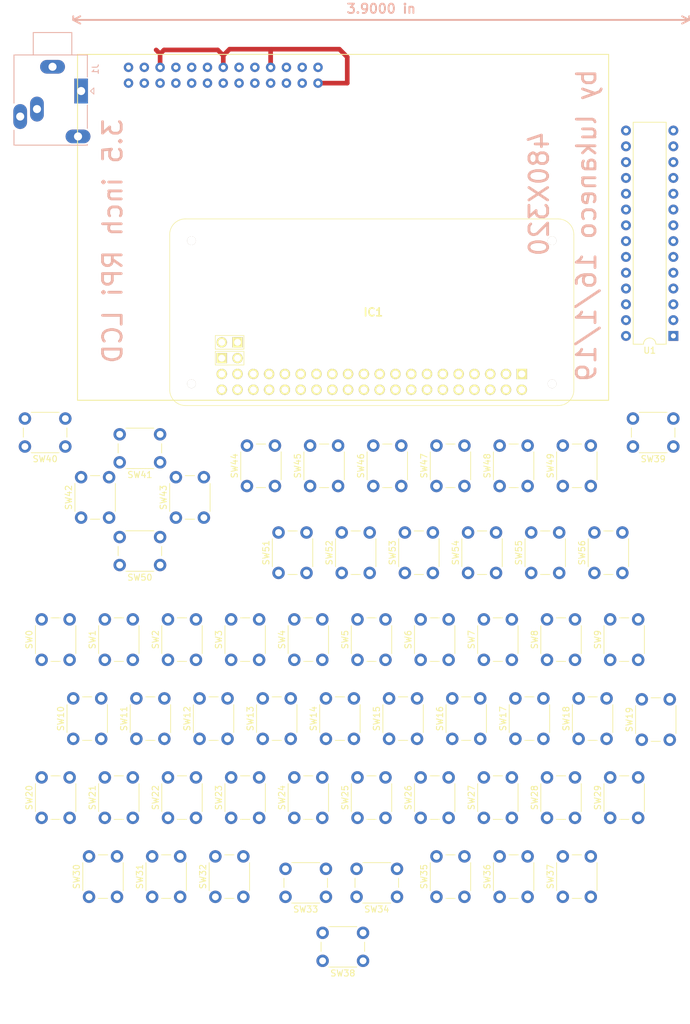
<source format=kicad_pcb>
(kicad_pcb (version 20171130) (host pcbnew "(5.0.2)-1")
  (layers (0 F.Cu signal) (31 B.Cu signal) (34 B.Paste user) (35 F.Paste user) (36 B.SilkS user) (37 F.SilkS user) (38 B.Mask user) (39 F.Mask user) (44 Edge.Cuts user))
  (net 0 "")
  (net 1 "Net-(SW0-Pad2)")
  (net 2 "Net-(SW1-Pad2)")
  (net 3 "Net-(SW2-Pad2)")
  (net 4 "Net-(SW3-Pad2)")
  (net 5 "Net-(SW4-Pad2)")
  (net 6 "Net-(SW5-Pad2)")
  (net 7 "Net-(SW6-Pad2)")
  (net 8 "Net-(SW7-Pad2)")
  (net 9 "Net-(SW8-Pad2)")
  (net 10 "Net-(SW9-Pad2)")
  (net 11 "Net-(SW10-Pad2)")
  (net 12 "Net-(SW11-Pad2)")
  (net 13 "Net-(SW12-Pad2)")
  (net 14 "Net-(SW13-Pad2)")
  (net 15 "Net-(SW14-Pad2)")
  (net 16 "Net-(SW15-Pad2)")
  (net 17 "Net-(SW16-Pad2)")
  (net 18 "Net-(SW17-Pad2)")
  (net 19 "Net-(SW18-Pad2)")
  (net 20 "Net-(SW19-Pad2)")
  (net 21 "Net-(SW20-Pad2)")
  (net 22 "Net-(SW21-Pad2)")
  (net 23 "Net-(SW22-Pad2)")
  (net 24 "Net-(SW23-Pad2)")
  (net 25 "Net-(SW24-Pad2)")
  (net 26 "Net-(SW25-Pad2)")
  (net 27 "Net-(SW26-Pad2)")
  (net 28 "Net-(SW27-Pad2)")
  (net 29 "Net-(SW28-Pad2)")
  (net 30 "Net-(SW29-Pad2)")
  (net 31 "Net-(SW30-Pad2)")
  (net 32 "Net-(SW31-Pad2)")
  (net 33 "Net-(SW32-Pad2)")
  (net 34 "Net-(SW33-Pad2)")
  (net 35 "Net-(SW34-Pad2)")
  (net 36 "Net-(SW35-Pad2)")
  (net 37 "Net-(SW36-Pad2)")
  (net 38 "Net-(SW37-Pad2)")
  (net 39 "Net-(SW38-Pad2)")
  (net 40 "Net-(SW39-Pad2)")
  (net 41 "Net-(SW40-Pad2)")
  (net 42 "Net-(SW41-Pad2)")
  (net 43 "Net-(SW42-Pad2)")
  (net 44 "Net-(SW43-Pad2)")
  (net 45 "Net-(SW44-Pad2)")
  (net 46 "Net-(SW45-Pad2)")
  (net 47 "Net-(SW46-Pad2)")
  (net 48 "Net-(SW47-Pad2)")
  (net 49 "Net-(SW48-Pad2)")
  (net 50 "Net-(SW49-Pad2)")
  (net 51 "Net-(SW50-Pad2)")
  (net 52 "Net-(SW51-Pad2)")
  (net 53 "Net-(SW52-Pad2)")
  (net 54 "Net-(SW53-Pad2)")
  (net 55 "Net-(SW54-Pad2)")
  (net 56 "Net-(SW55-Pad2)")
  (net 57 "Net-(SW56-Pad2)")
  (net 58 "Net-(U1-Pad15)")
  (net 59 "Net-(U1-Pad16)")
  (net 60 "Net-(U1-Pad17)")
  (net 61 "Net-(U1-Pad18)")
  (net 62 "Net-(U1-Pad19)")
  (net 63 "Net-(U1-Pad6)")
  (net 64 "Net-(U1-Pad20)")
  (net 65 "Net-(U1-Pad7)")
  (net 66 "Net-(U1-Pad21)")
  (net 67 "Net-(U1-Pad22)")
  (net 68 "Net-(U1-Pad23)")
  (net 69 "Net-(U1-Pad24)")
  (net 70 "Net-(U1-Pad11)")
  (net 71 "Net-(U1-Pad25)")
  (net 72 "Net-(U1-Pad12)")
  (net 73 "Net-(U1-Pad26)")
  (net 74 "Net-(U1-Pad13)")
  (net 75 "Net-(U1-Pad27)")
  (net 76 "Net-(U1-Pad14)")
  (net 77 "Net-(U1-Pad28)")
  (net 78 Col2)
  (net 79 Col3)
  (net 80 Col4)
  (net 81 Col5)
  (net 82 Col0)
  (net 83 Col1)
  (net 84 Reset)
  (net 85 Serial_RX)
  (net 86 Serial_TX)
  (net 87 USB_D+)
  (net 88 USB_D-)
  (net 89 Osc1)
  (net 90 Osc2)
  (net 91 "Net-(DS1-Pad3)")
  (net 92 "Net-(DS1-Pad5)")
  (net 93 "Net-(DS1-Pad7)")
  (net 94 "Net-(DS1-Pad8)")
  (net 95 "Net-(DS1-Pad10)")
  (net 96 "Net-(DS1-Pad12)")
  (net 97 "Net-(DS1-Pad13)")
  (net 98 "Net-(DS1-Pad15)")
  (net 99 "Net-(DS1-Pad16)")
  (net 100 "Net-(IC1-Pad3)")
  (net 101 "Net-(IC1-Pad5)")
  (net 102 "Net-(IC1-Pad7)")
  (net 103 "Net-(IC1-Pad8)")
  (net 104 "Net-(IC1-Pad10)")
  (net 105 "Net-(IC1-Pad12)")
  (net 106 "Net-(IC1-Pad13)")
  (net 107 "Net-(IC1-Pad15)")
  (net 108 "Net-(IC1-Pad16)")
  (net 109 "Net-(IC1-Pad19)")
  (net 110 "Net-(IC1-Pad27)")
  (net 111 "Net-(IC1-Pad28)")
  (net 112 "Net-(IC1-Pad29)")
  (net 113 "Net-(IC1-Pad30)")
  (net 114 "Net-(IC1-Pad31)")
  (net 115 "Net-(IC1-Pad32)")
  (net 116 "Net-(IC1-Pad33)")
  (net 117 "Net-(IC1-Pad34)")
  (net 118 "Net-(IC1-Pad35)")
  (net 119 "Net-(IC1-Pad36)")
  (net 120 "Net-(IC1-Pad37)")
  (net 121 "Net-(IC1-Pad38)")
  (net 122 "Net-(IC1-Pad39)")
  (net 123 "Net-(IC1-Pad40)")
  (net 124 "Net-(IC1-Pad41)")
  (net 125 "Net-(IC1-Pad42)")
  (net 126 "Net-(IC1-Pad43)")
  (net 127 "Net-(IC1-Pad44)")
  (net 128 "Net-(J1-PadT)")
  (net 129 "Net-(J1-PadR)")
  (net 130 "Net-(J1-PadS)")
  (net 131 +3V3)
  (net 132 +5V)
  (net 133 GND)
  (net 134 TP_IRQ)
  (net 135 LCD_RS)
  (net 136 TP_SO)
  (net 137 RST)
  (net 138 LCD_SCK)
  (net 139 LCD_CS)
  (net 140 TP_CS)
  (module Button_Switch_THT:SW_PUSH_6mm (layer F.Cu) (at 60.96 130.81 90)
    (fp_text reference SW0 (at 3.25 -2 90) (layer F.SilkS))
    (fp_text value SW_Push)
    (pad 2 thru_hole circle (at 0 4.5 180) (size 2 2) (drill 1.1) (layers *.Cu *.Mask) (net 1 "Net-(SW0-Pad2)"))
    (pad 1 thru_hole circle (at 0 0 180) (size 2 2) (drill 1.1) (layers *.Cu *.Mask) (net 78 Col2))
    (pad 2 thru_hole circle (at 6.5 4.5 180) (size 2 2) (drill 1.1) (layers *.Cu *.Mask) (net 1 "Net-(SW0-Pad2)"))
    (pad 1 thru_hole circle (at 6.5 0 180) (size 2 2) (drill 1.1) (layers *.Cu *.Mask) (net 78 Col2))
  )
  (module Button_Switch_THT:SW_PUSH_6mm (layer F.Cu) (at 71.12 130.81 90)
    (fp_text reference SW1 (at 3.25 -2 90) (layer F.SilkS))
    (fp_text value SW_Push)
    (pad 1 thru_hole circle (at 6.5 0 180) (size 2 2) (drill 1.1) (layers *.Cu *.Mask) (net 78 Col2))
    (pad 2 thru_hole circle (at 6.5 4.5 180) (size 2 2) (drill 1.1) (layers *.Cu *.Mask) (net 2 "Net-(SW1-Pad2)"))
    (pad 1 thru_hole circle (at 0 0 180) (size 2 2) (drill 1.1) (layers *.Cu *.Mask) (net 78 Col2))
    (pad 2 thru_hole circle (at 0 4.5 180) (size 2 2) (drill 1.1) (layers *.Cu *.Mask) (net 2 "Net-(SW1-Pad2)"))
  )
  (module Button_Switch_THT:SW_PUSH_6mm (layer F.Cu) (at 81.28 130.81 90)
    (fp_text reference SW2 (at 3.25 -2 90) (layer F.SilkS))
    (fp_text value SW_Push)
    (pad 2 thru_hole circle (at 0 4.5 180) (size 2 2) (drill 1.1) (layers *.Cu *.Mask) (net 3 "Net-(SW2-Pad2)"))
    (pad 1 thru_hole circle (at 0 0 180) (size 2 2) (drill 1.1) (layers *.Cu *.Mask) (net 78 Col2))
    (pad 2 thru_hole circle (at 6.5 4.5 180) (size 2 2) (drill 1.1) (layers *.Cu *.Mask) (net 3 "Net-(SW2-Pad2)"))
    (pad 1 thru_hole circle (at 6.5 0 180) (size 2 2) (drill 1.1) (layers *.Cu *.Mask) (net 78 Col2))
  )
  (module Button_Switch_THT:SW_PUSH_6mm (layer F.Cu) (at 91.44 130.81 90)
    (fp_text reference SW3 (at 3.25 -2 90) (layer F.SilkS))
    (fp_text value SW_Push)
    (pad 2 thru_hole circle (at 0 4.5 180) (size 2 2) (drill 1.1) (layers *.Cu *.Mask) (net 4 "Net-(SW3-Pad2)"))
    (pad 1 thru_hole circle (at 0 0 180) (size 2 2) (drill 1.1) (layers *.Cu *.Mask) (net 78 Col2))
    (pad 2 thru_hole circle (at 6.5 4.5 180) (size 2 2) (drill 1.1) (layers *.Cu *.Mask) (net 4 "Net-(SW3-Pad2)"))
    (pad 1 thru_hole circle (at 6.5 0 180) (size 2 2) (drill 1.1) (layers *.Cu *.Mask) (net 78 Col2))
  )
  (module Button_Switch_THT:SW_PUSH_6mm (layer F.Cu) (at 101.6 130.81 90)
    (fp_text reference SW4 (at 3.25 -2 90) (layer F.SilkS))
    (fp_text value SW_Push)
    (pad 1 thru_hole circle (at 6.5 0 180) (size 2 2) (drill 1.1) (layers *.Cu *.Mask) (net 78 Col2))
    (pad 2 thru_hole circle (at 6.5 4.5 180) (size 2 2) (drill 1.1) (layers *.Cu *.Mask) (net 5 "Net-(SW4-Pad2)"))
    (pad 1 thru_hole circle (at 0 0 180) (size 2 2) (drill 1.1) (layers *.Cu *.Mask) (net 78 Col2))
    (pad 2 thru_hole circle (at 0 4.5 180) (size 2 2) (drill 1.1) (layers *.Cu *.Mask) (net 5 "Net-(SW4-Pad2)"))
  )
  (module Button_Switch_THT:SW_PUSH_6mm (layer F.Cu) (at 111.76 130.81 90)
    (fp_text reference SW5 (at 3.25 -2 90) (layer F.SilkS))
    (fp_text value SW_Push)
    (pad 2 thru_hole circle (at 0 4.5 180) (size 2 2) (drill 1.1) (layers *.Cu *.Mask) (net 6 "Net-(SW5-Pad2)"))
    (pad 1 thru_hole circle (at 0 0 180) (size 2 2) (drill 1.1) (layers *.Cu *.Mask) (net 78 Col2))
    (pad 2 thru_hole circle (at 6.5 4.5 180) (size 2 2) (drill 1.1) (layers *.Cu *.Mask) (net 6 "Net-(SW5-Pad2)"))
    (pad 1 thru_hole circle (at 6.5 0 180) (size 2 2) (drill 1.1) (layers *.Cu *.Mask) (net 78 Col2))
  )
  (module Button_Switch_THT:SW_PUSH_6mm (layer F.Cu) (at 121.92 130.81 90)
    (fp_text reference SW6 (at 3.25 -2 90) (layer F.SilkS))
    (fp_text value SW_Push)
    (pad 2 thru_hole circle (at 0 4.5 180) (size 2 2) (drill 1.1) (layers *.Cu *.Mask) (net 7 "Net-(SW6-Pad2)"))
    (pad 1 thru_hole circle (at 0 0 180) (size 2 2) (drill 1.1) (layers *.Cu *.Mask) (net 78 Col2))
    (pad 2 thru_hole circle (at 6.5 4.5 180) (size 2 2) (drill 1.1) (layers *.Cu *.Mask) (net 7 "Net-(SW6-Pad2)"))
    (pad 1 thru_hole circle (at 6.5 0 180) (size 2 2) (drill 1.1) (layers *.Cu *.Mask) (net 78 Col2))
  )
  (module Button_Switch_THT:SW_PUSH_6mm (layer F.Cu) (at 132.08 130.81 90)
    (fp_text reference SW7 (at 3.25 -2 90) (layer F.SilkS))
    (fp_text value SW_Push)
    (pad 1 thru_hole circle (at 6.5 0 180) (size 2 2) (drill 1.1) (layers *.Cu *.Mask) (net 78 Col2))
    (pad 2 thru_hole circle (at 6.5 4.5 180) (size 2 2) (drill 1.1) (layers *.Cu *.Mask) (net 8 "Net-(SW7-Pad2)"))
    (pad 1 thru_hole circle (at 0 0 180) (size 2 2) (drill 1.1) (layers *.Cu *.Mask) (net 78 Col2))
    (pad 2 thru_hole circle (at 0 4.5 180) (size 2 2) (drill 1.1) (layers *.Cu *.Mask) (net 8 "Net-(SW7-Pad2)"))
  )
  (module Button_Switch_THT:SW_PUSH_6mm (layer F.Cu) (at 142.24 130.81 90)
    (fp_text reference SW8 (at 3.25 -2 90) (layer F.SilkS))
    (fp_text value SW_Push)
    (pad 1 thru_hole circle (at 6.5 0 180) (size 2 2) (drill 1.1) (layers *.Cu *.Mask) (net 78 Col2))
    (pad 2 thru_hole circle (at 6.5 4.5 180) (size 2 2) (drill 1.1) (layers *.Cu *.Mask) (net 9 "Net-(SW8-Pad2)"))
    (pad 1 thru_hole circle (at 0 0 180) (size 2 2) (drill 1.1) (layers *.Cu *.Mask) (net 78 Col2))
    (pad 2 thru_hole circle (at 0 4.5 180) (size 2 2) (drill 1.1) (layers *.Cu *.Mask) (net 9 "Net-(SW8-Pad2)"))
  )
  (module Button_Switch_THT:SW_PUSH_6mm (layer F.Cu) (at 152.4 130.81 90)
    (fp_text reference SW9 (at 3.25 -2 90) (layer F.SilkS))
    (fp_text value SW_Push)
    (pad 2 thru_hole circle (at 0 4.5 180) (size 2 2) (drill 1.1) (layers *.Cu *.Mask) (net 10 "Net-(SW9-Pad2)"))
    (pad 1 thru_hole circle (at 0 0 180) (size 2 2) (drill 1.1) (layers *.Cu *.Mask) (net 78 Col2))
    (pad 2 thru_hole circle (at 6.5 4.5 180) (size 2 2) (drill 1.1) (layers *.Cu *.Mask) (net 10 "Net-(SW9-Pad2)"))
    (pad 1 thru_hole circle (at 6.5 0 180) (size 2 2) (drill 1.1) (layers *.Cu *.Mask) (net 78 Col2))
  )
  (module Button_Switch_THT:SW_PUSH_6mm (layer F.Cu) (at 66.04 143.51 90)
    (fp_text reference SW10 (at 3.25 -2 90) (layer F.SilkS))
    (fp_text value SW_Push)
    (pad 1 thru_hole circle (at 6.5 0 180) (size 2 2) (drill 1.1) (layers *.Cu *.Mask) (net 79 Col3))
    (pad 2 thru_hole circle (at 6.5 4.5 180) (size 2 2) (drill 1.1) (layers *.Cu *.Mask) (net 11 "Net-(SW10-Pad2)"))
    (pad 1 thru_hole circle (at 0 0 180) (size 2 2) (drill 1.1) (layers *.Cu *.Mask) (net 79 Col3))
    (pad 2 thru_hole circle (at 0 4.5 180) (size 2 2) (drill 1.1) (layers *.Cu *.Mask) (net 11 "Net-(SW10-Pad2)"))
  )
  (module Button_Switch_THT:SW_PUSH_6mm (layer F.Cu) (at 76.2 143.51 90)
    (fp_text reference SW11 (at 3.25 -2 90) (layer F.SilkS))
    (fp_text value SW_Push)
    (pad 2 thru_hole circle (at 0 4.5 180) (size 2 2) (drill 1.1) (layers *.Cu *.Mask) (net 12 "Net-(SW11-Pad2)"))
    (pad 1 thru_hole circle (at 0 0 180) (size 2 2) (drill 1.1) (layers *.Cu *.Mask) (net 79 Col3))
    (pad 2 thru_hole circle (at 6.5 4.5 180) (size 2 2) (drill 1.1) (layers *.Cu *.Mask) (net 12 "Net-(SW11-Pad2)"))
    (pad 1 thru_hole circle (at 6.5 0 180) (size 2 2) (drill 1.1) (layers *.Cu *.Mask) (net 79 Col3))
  )
  (module Button_Switch_THT:SW_PUSH_6mm (layer F.Cu) (at 86.36 143.51 90)
    (fp_text reference SW12 (at 3.25 -2 90) (layer F.SilkS))
    (fp_text value SW_Push)
    (pad 1 thru_hole circle (at 6.5 0 180) (size 2 2) (drill 1.1) (layers *.Cu *.Mask) (net 79 Col3))
    (pad 2 thru_hole circle (at 6.5 4.5 180) (size 2 2) (drill 1.1) (layers *.Cu *.Mask) (net 13 "Net-(SW12-Pad2)"))
    (pad 1 thru_hole circle (at 0 0 180) (size 2 2) (drill 1.1) (layers *.Cu *.Mask) (net 79 Col3))
    (pad 2 thru_hole circle (at 0 4.5 180) (size 2 2) (drill 1.1) (layers *.Cu *.Mask) (net 13 "Net-(SW12-Pad2)"))
  )
  (module Button_Switch_THT:SW_PUSH_6mm (layer F.Cu) (at 96.52 143.51 90)
    (fp_text reference SW13 (at 3.25 -2 90) (layer F.SilkS))
    (fp_text value SW_Push)
    (pad 1 thru_hole circle (at 6.5 0 180) (size 2 2) (drill 1.1) (layers *.Cu *.Mask) (net 79 Col3))
    (pad 2 thru_hole circle (at 6.5 4.5 180) (size 2 2) (drill 1.1) (layers *.Cu *.Mask) (net 14 "Net-(SW13-Pad2)"))
    (pad 1 thru_hole circle (at 0 0 180) (size 2 2) (drill 1.1) (layers *.Cu *.Mask) (net 79 Col3))
    (pad 2 thru_hole circle (at 0 4.5 180) (size 2 2) (drill 1.1) (layers *.Cu *.Mask) (net 14 "Net-(SW13-Pad2)"))
  )
  (module Button_Switch_THT:SW_PUSH_6mm (layer F.Cu) (at 106.68 143.51 90)
    (fp_text reference SW14 (at 3.25 -2 90) (layer F.SilkS))
    (fp_text value SW_Push)
    (pad 2 thru_hole circle (at 0 4.5 180) (size 2 2) (drill 1.1) (layers *.Cu *.Mask) (net 15 "Net-(SW14-Pad2)"))
    (pad 1 thru_hole circle (at 0 0 180) (size 2 2) (drill 1.1) (layers *.Cu *.Mask) (net 79 Col3))
    (pad 2 thru_hole circle (at 6.5 4.5 180) (size 2 2) (drill 1.1) (layers *.Cu *.Mask) (net 15 "Net-(SW14-Pad2)"))
    (pad 1 thru_hole circle (at 6.5 0 180) (size 2 2) (drill 1.1) (layers *.Cu *.Mask) (net 79 Col3))
  )
  (module Button_Switch_THT:SW_PUSH_6mm (layer F.Cu) (at 116.84 143.51 90)
    (fp_text reference SW15 (at 3.25 -2 90) (layer F.SilkS))
    (fp_text value SW_Push)
    (pad 2 thru_hole circle (at 0 4.5 180) (size 2 2) (drill 1.1) (layers *.Cu *.Mask) (net 16 "Net-(SW15-Pad2)"))
    (pad 1 thru_hole circle (at 0 0 180) (size 2 2) (drill 1.1) (layers *.Cu *.Mask) (net 79 Col3))
    (pad 2 thru_hole circle (at 6.5 4.5 180) (size 2 2) (drill 1.1) (layers *.Cu *.Mask) (net 16 "Net-(SW15-Pad2)"))
    (pad 1 thru_hole circle (at 6.5 0 180) (size 2 2) (drill 1.1) (layers *.Cu *.Mask) (net 79 Col3))
  )
  (module Button_Switch_THT:SW_PUSH_6mm (layer F.Cu) (at 127 143.51 90)
    (fp_text reference SW16 (at 3.25 -2 90) (layer F.SilkS))
    (fp_text value SW_Push)
    (pad 1 thru_hole circle (at 6.5 0 180) (size 2 2) (drill 1.1) (layers *.Cu *.Mask) (net 79 Col3))
    (pad 2 thru_hole circle (at 6.5 4.5 180) (size 2 2) (drill 1.1) (layers *.Cu *.Mask) (net 17 "Net-(SW16-Pad2)"))
    (pad 1 thru_hole circle (at 0 0 180) (size 2 2) (drill 1.1) (layers *.Cu *.Mask) (net 79 Col3))
    (pad 2 thru_hole circle (at 0 4.5 180) (size 2 2) (drill 1.1) (layers *.Cu *.Mask) (net 17 "Net-(SW16-Pad2)"))
  )
  (module Button_Switch_THT:SW_PUSH_6mm (layer F.Cu) (at 137.16 143.51 90)
    (fp_text reference SW17 (at 3.25 -2 90) (layer F.SilkS))
    (fp_text value SW_Push)
    (pad 2 thru_hole circle (at 0 4.5 180) (size 2 2) (drill 1.1) (layers *.Cu *.Mask) (net 18 "Net-(SW17-Pad2)"))
    (pad 1 thru_hole circle (at 0 0 180) (size 2 2) (drill 1.1) (layers *.Cu *.Mask) (net 79 Col3))
    (pad 2 thru_hole circle (at 6.5 4.5 180) (size 2 2) (drill 1.1) (layers *.Cu *.Mask) (net 18 "Net-(SW17-Pad2)"))
    (pad 1 thru_hole circle (at 6.5 0 180) (size 2 2) (drill 1.1) (layers *.Cu *.Mask) (net 79 Col3))
  )
  (module Button_Switch_THT:SW_PUSH_6mm (layer F.Cu) (at 147.32 143.51 90)
    (fp_text reference SW18 (at 3.25 -2 90) (layer F.SilkS))
    (fp_text value SW_Push)
    (pad 1 thru_hole circle (at 6.5 0 180) (size 2 2) (drill 1.1) (layers *.Cu *.Mask) (net 79 Col3))
    (pad 2 thru_hole circle (at 6.5 4.5 180) (size 2 2) (drill 1.1) (layers *.Cu *.Mask) (net 19 "Net-(SW18-Pad2)"))
    (pad 1 thru_hole circle (at 0 0 180) (size 2 2) (drill 1.1) (layers *.Cu *.Mask) (net 79 Col3))
    (pad 2 thru_hole circle (at 0 4.5 180) (size 2 2) (drill 1.1) (layers *.Cu *.Mask) (net 19 "Net-(SW18-Pad2)"))
  )
  (module Button_Switch_THT:SW_PUSH_6mm (layer F.Cu) (at 157.48 143.66 90)
    (fp_text reference SW19 (at 3.25 -2 90) (layer F.SilkS))
    (fp_text value SW_Push)
    (pad 1 thru_hole circle (at 6.5 0 180) (size 2 2) (drill 1.1) (layers *.Cu *.Mask) (net 79 Col3))
    (pad 2 thru_hole circle (at 6.5 4.5 180) (size 2 2) (drill 1.1) (layers *.Cu *.Mask) (net 20 "Net-(SW19-Pad2)"))
    (pad 1 thru_hole circle (at 0 0 180) (size 2 2) (drill 1.1) (layers *.Cu *.Mask) (net 79 Col3))
    (pad 2 thru_hole circle (at 0 4.5 180) (size 2 2) (drill 1.1) (layers *.Cu *.Mask) (net 20 "Net-(SW19-Pad2)"))
  )
  (module Button_Switch_THT:SW_PUSH_6mm (layer F.Cu) (at 60.96 156.21 90)
    (fp_text reference SW20 (at 3.25 -2 90) (layer F.SilkS))
    (fp_text value SW_Push)
    (pad 2 thru_hole circle (at 0 4.5 180) (size 2 2) (drill 1.1) (layers *.Cu *.Mask) (net 21 "Net-(SW20-Pad2)"))
    (pad 1 thru_hole circle (at 0 0 180) (size 2 2) (drill 1.1) (layers *.Cu *.Mask) (net 80 Col4))
    (pad 2 thru_hole circle (at 6.5 4.5 180) (size 2 2) (drill 1.1) (layers *.Cu *.Mask) (net 21 "Net-(SW20-Pad2)"))
    (pad 1 thru_hole circle (at 6.5 0 180) (size 2 2) (drill 1.1) (layers *.Cu *.Mask) (net 80 Col4))
  )
  (module Button_Switch_THT:SW_PUSH_6mm (layer F.Cu) (at 71.12 156.21 90)
    (fp_text reference SW21 (at 3.25 -2 90) (layer F.SilkS))
    (fp_text value SW_Push)
    (pad 1 thru_hole circle (at 6.5 0 180) (size 2 2) (drill 1.1) (layers *.Cu *.Mask) (net 80 Col4))
    (pad 2 thru_hole circle (at 6.5 4.5 180) (size 2 2) (drill 1.1) (layers *.Cu *.Mask) (net 22 "Net-(SW21-Pad2)"))
    (pad 1 thru_hole circle (at 0 0 180) (size 2 2) (drill 1.1) (layers *.Cu *.Mask) (net 80 Col4))
    (pad 2 thru_hole circle (at 0 4.5 180) (size 2 2) (drill 1.1) (layers *.Cu *.Mask) (net 22 "Net-(SW21-Pad2)"))
  )
  (module Button_Switch_THT:SW_PUSH_6mm (layer F.Cu) (at 81.28 156.21 90)
    (fp_text reference SW22 (at 3.25 -2 90) (layer F.SilkS))
    (fp_text value SW_Push)
    (pad 2 thru_hole circle (at 0 4.5 180) (size 2 2) (drill 1.1) (layers *.Cu *.Mask) (net 23 "Net-(SW22-Pad2)"))
    (pad 1 thru_hole circle (at 0 0 180) (size 2 2) (drill 1.1) (layers *.Cu *.Mask) (net 80 Col4))
    (pad 2 thru_hole circle (at 6.5 4.5 180) (size 2 2) (drill 1.1) (layers *.Cu *.Mask) (net 23 "Net-(SW22-Pad2)"))
    (pad 1 thru_hole circle (at 6.5 0 180) (size 2 2) (drill 1.1) (layers *.Cu *.Mask) (net 80 Col4))
  )
  (module Button_Switch_THT:SW_PUSH_6mm (layer F.Cu) (at 91.44 156.21 90)
    (fp_text reference SW23 (at 3.25 -2 90) (layer F.SilkS))
    (fp_text value SW_Push)
    (pad 2 thru_hole circle (at 0 4.5 180) (size 2 2) (drill 1.1) (layers *.Cu *.Mask) (net 24 "Net-(SW23-Pad2)"))
    (pad 1 thru_hole circle (at 0 0 180) (size 2 2) (drill 1.1) (layers *.Cu *.Mask) (net 80 Col4))
    (pad 2 thru_hole circle (at 6.5 4.5 180) (size 2 2) (drill 1.1) (layers *.Cu *.Mask) (net 24 "Net-(SW23-Pad2)"))
    (pad 1 thru_hole circle (at 6.5 0 180) (size 2 2) (drill 1.1) (layers *.Cu *.Mask) (net 80 Col4))
  )
  (module Button_Switch_THT:SW_PUSH_6mm (layer F.Cu) (at 101.6 156.21 90)
    (fp_text reference SW24 (at 3.25 -2 90) (layer F.SilkS))
    (fp_text value SW_Push)
    (pad 2 thru_hole circle (at 0 4.5 180) (size 2 2) (drill 1.1) (layers *.Cu *.Mask) (net 25 "Net-(SW24-Pad2)"))
    (pad 1 thru_hole circle (at 0 0 180) (size 2 2) (drill 1.1) (layers *.Cu *.Mask) (net 80 Col4))
    (pad 2 thru_hole circle (at 6.5 4.5 180) (size 2 2) (drill 1.1) (layers *.Cu *.Mask) (net 25 "Net-(SW24-Pad2)"))
    (pad 1 thru_hole circle (at 6.5 0 180) (size 2 2) (drill 1.1) (layers *.Cu *.Mask) (net 80 Col4))
  )
  (module Button_Switch_THT:SW_PUSH_6mm (layer F.Cu) (at 111.76 156.21 90)
    (fp_text reference SW25 (at 3.25 -2 90) (layer F.SilkS))
    (fp_text value SW_Push)
    (pad 1 thru_hole circle (at 6.5 0 180) (size 2 2) (drill 1.1) (layers *.Cu *.Mask) (net 80 Col4))
    (pad 2 thru_hole circle (at 6.5 4.5 180) (size 2 2) (drill 1.1) (layers *.Cu *.Mask) (net 26 "Net-(SW25-Pad2)"))
    (pad 1 thru_hole circle (at 0 0 180) (size 2 2) (drill 1.1) (layers *.Cu *.Mask) (net 80 Col4))
    (pad 2 thru_hole circle (at 0 4.5 180) (size 2 2) (drill 1.1) (layers *.Cu *.Mask) (net 26 "Net-(SW25-Pad2)"))
  )
  (module Button_Switch_THT:SW_PUSH_6mm (layer F.Cu) (at 121.92 156.21 90)
    (fp_text reference SW26 (at 3.25 -2 90) (layer F.SilkS))
    (fp_text value SW_Push)
    (pad 2 thru_hole circle (at 0 4.5 180) (size 2 2) (drill 1.1) (layers *.Cu *.Mask) (net 27 "Net-(SW26-Pad2)"))
    (pad 1 thru_hole circle (at 0 0 180) (size 2 2) (drill 1.1) (layers *.Cu *.Mask) (net 80 Col4))
    (pad 2 thru_hole circle (at 6.5 4.5 180) (size 2 2) (drill 1.1) (layers *.Cu *.Mask) (net 27 "Net-(SW26-Pad2)"))
    (pad 1 thru_hole circle (at 6.5 0 180) (size 2 2) (drill 1.1) (layers *.Cu *.Mask) (net 80 Col4))
  )
  (module Button_Switch_THT:SW_PUSH_6mm (layer F.Cu) (at 132.08 156.21 90)
    (fp_text reference SW27 (at 3.25 -2 90) (layer F.SilkS))
    (fp_text value SW_Push)
    (pad 1 thru_hole circle (at 6.5 0 180) (size 2 2) (drill 1.1) (layers *.Cu *.Mask) (net 80 Col4))
    (pad 2 thru_hole circle (at 6.5 4.5 180) (size 2 2) (drill 1.1) (layers *.Cu *.Mask) (net 28 "Net-(SW27-Pad2)"))
    (pad 1 thru_hole circle (at 0 0 180) (size 2 2) (drill 1.1) (layers *.Cu *.Mask) (net 80 Col4))
    (pad 2 thru_hole circle (at 0 4.5 180) (size 2 2) (drill 1.1) (layers *.Cu *.Mask) (net 28 "Net-(SW27-Pad2)"))
  )
  (module Button_Switch_THT:SW_PUSH_6mm (layer F.Cu) (at 142.24 156.21 90)
    (fp_text reference SW28 (at 3.25 -2 90) (layer F.SilkS))
    (fp_text value SW_Push)
    (pad 2 thru_hole circle (at 0 4.5 180) (size 2 2) (drill 1.1) (layers *.Cu *.Mask) (net 29 "Net-(SW28-Pad2)"))
    (pad 1 thru_hole circle (at 0 0 180) (size 2 2) (drill 1.1) (layers *.Cu *.Mask) (net 80 Col4))
    (pad 2 thru_hole circle (at 6.5 4.5 180) (size 2 2) (drill 1.1) (layers *.Cu *.Mask) (net 29 "Net-(SW28-Pad2)"))
    (pad 1 thru_hole circle (at 6.5 0 180) (size 2 2) (drill 1.1) (layers *.Cu *.Mask) (net 80 Col4))
  )
  (module Button_Switch_THT:SW_PUSH_6mm (layer F.Cu) (at 152.4 156.21 90)
    (fp_text reference SW29 (at 3.25 -2 90) (layer F.SilkS))
    (fp_text value SW_Push)
    (pad 1 thru_hole circle (at 6.5 0 180) (size 2 2) (drill 1.1) (layers *.Cu *.Mask) (net 80 Col4))
    (pad 2 thru_hole circle (at 6.5 4.5 180) (size 2 2) (drill 1.1) (layers *.Cu *.Mask) (net 30 "Net-(SW29-Pad2)"))
    (pad 1 thru_hole circle (at 0 0 180) (size 2 2) (drill 1.1) (layers *.Cu *.Mask) (net 80 Col4))
    (pad 2 thru_hole circle (at 0 4.5 180) (size 2 2) (drill 1.1) (layers *.Cu *.Mask) (net 30 "Net-(SW29-Pad2)"))
  )
  (module Button_Switch_THT:SW_PUSH_6mm (layer F.Cu) (at 68.58 168.91 90)
    (fp_text reference SW30 (at 3.25 -2 90) (layer F.SilkS))
    (fp_text value SW_Push)
    (pad 1 thru_hole circle (at 6.5 0 180) (size 2 2) (drill 1.1) (layers *.Cu *.Mask) (net 81 Col5))
    (pad 2 thru_hole circle (at 6.5 4.5 180) (size 2 2) (drill 1.1) (layers *.Cu *.Mask) (net 31 "Net-(SW30-Pad2)"))
    (pad 1 thru_hole circle (at 0 0 180) (size 2 2) (drill 1.1) (layers *.Cu *.Mask) (net 81 Col5))
    (pad 2 thru_hole circle (at 0 4.5 180) (size 2 2) (drill 1.1) (layers *.Cu *.Mask) (net 31 "Net-(SW30-Pad2)"))
  )
  (module Button_Switch_THT:SW_PUSH_6mm (layer F.Cu) (at 78.74 168.91 90)
    (fp_text reference SW31 (at 3.25 -2 90) (layer F.SilkS))
    (fp_text value SW_Push)
    (pad 2 thru_hole circle (at 0 4.5 180) (size 2 2) (drill 1.1) (layers *.Cu *.Mask) (net 32 "Net-(SW31-Pad2)"))
    (pad 1 thru_hole circle (at 0 0 180) (size 2 2) (drill 1.1) (layers *.Cu *.Mask) (net 81 Col5))
    (pad 2 thru_hole circle (at 6.5 4.5 180) (size 2 2) (drill 1.1) (layers *.Cu *.Mask) (net 32 "Net-(SW31-Pad2)"))
    (pad 1 thru_hole circle (at 6.5 0 180) (size 2 2) (drill 1.1) (layers *.Cu *.Mask) (net 81 Col5))
  )
  (module Button_Switch_THT:SW_PUSH_6mm (layer F.Cu) (at 88.9 168.91 90)
    (fp_text reference SW32 (at 3.25 -2 90) (layer F.SilkS))
    (fp_text value SW_Push)
    (pad 1 thru_hole circle (at 6.5 0 180) (size 2 2) (drill 1.1) (layers *.Cu *.Mask) (net 81 Col5))
    (pad 2 thru_hole circle (at 6.5 4.5 180) (size 2 2) (drill 1.1) (layers *.Cu *.Mask) (net 33 "Net-(SW32-Pad2)"))
    (pad 1 thru_hole circle (at 0 0 180) (size 2 2) (drill 1.1) (layers *.Cu *.Mask) (net 81 Col5))
    (pad 2 thru_hole circle (at 0 4.5 180) (size 2 2) (drill 1.1) (layers *.Cu *.Mask) (net 33 "Net-(SW32-Pad2)"))
  )
  (module Button_Switch_THT:SW_PUSH_6mm (layer F.Cu) (at 106.68 168.91 180)
    (fp_text reference SW33 (at 3.25 -2 180) (layer F.SilkS))
    (fp_text value SW_Push)
    (pad 2 thru_hole circle (at 0 4.5 270) (size 2 2) (drill 1.1) (layers *.Cu *.Mask) (net 34 "Net-(SW33-Pad2)"))
    (pad 1 thru_hole circle (at 0 0 270) (size 2 2) (drill 1.1) (layers *.Cu *.Mask) (net 81 Col5))
    (pad 2 thru_hole circle (at 6.5 4.5 270) (size 2 2) (drill 1.1) (layers *.Cu *.Mask) (net 34 "Net-(SW33-Pad2)"))
    (pad 1 thru_hole circle (at 6.5 0 270) (size 2 2) (drill 1.1) (layers *.Cu *.Mask) (net 81 Col5))
  )
  (module Button_Switch_THT:SW_PUSH_6mm (layer F.Cu) (at 118.11 168.91 180)
    (fp_text reference SW34 (at 3.25 -2 180) (layer F.SilkS))
    (fp_text value SW_Push)
    (pad 2 thru_hole circle (at 0 4.5 270) (size 2 2) (drill 1.1) (layers *.Cu *.Mask) (net 35 "Net-(SW34-Pad2)"))
    (pad 1 thru_hole circle (at 0 0 270) (size 2 2) (drill 1.1) (layers *.Cu *.Mask) (net 81 Col5))
    (pad 2 thru_hole circle (at 6.5 4.5 270) (size 2 2) (drill 1.1) (layers *.Cu *.Mask) (net 35 "Net-(SW34-Pad2)"))
    (pad 1 thru_hole circle (at 6.5 0 270) (size 2 2) (drill 1.1) (layers *.Cu *.Mask) (net 81 Col5))
  )
  (module Button_Switch_THT:SW_PUSH_6mm (layer F.Cu) (at 124.46 168.91 90)
    (fp_text reference SW35 (at 3.25 -2 90) (layer F.SilkS))
    (fp_text value SW_Push)
    (pad 2 thru_hole circle (at 0 4.5 180) (size 2 2) (drill 1.1) (layers *.Cu *.Mask) (net 36 "Net-(SW35-Pad2)"))
    (pad 1 thru_hole circle (at 0 0 180) (size 2 2) (drill 1.1) (layers *.Cu *.Mask) (net 81 Col5))
    (pad 2 thru_hole circle (at 6.5 4.5 180) (size 2 2) (drill 1.1) (layers *.Cu *.Mask) (net 36 "Net-(SW35-Pad2)"))
    (pad 1 thru_hole circle (at 6.5 0 180) (size 2 2) (drill 1.1) (layers *.Cu *.Mask) (net 81 Col5))
  )
  (module Button_Switch_THT:SW_PUSH_6mm (layer F.Cu) (at 134.62 168.91 90)
    (fp_text reference SW36 (at 3.25 -2 90) (layer F.SilkS))
    (fp_text value SW_Push)
    (pad 2 thru_hole circle (at 0 4.5 180) (size 2 2) (drill 1.1) (layers *.Cu *.Mask) (net 37 "Net-(SW36-Pad2)"))
    (pad 1 thru_hole circle (at 0 0 180) (size 2 2) (drill 1.1) (layers *.Cu *.Mask) (net 81 Col5))
    (pad 2 thru_hole circle (at 6.5 4.5 180) (size 2 2) (drill 1.1) (layers *.Cu *.Mask) (net 37 "Net-(SW36-Pad2)"))
    (pad 1 thru_hole circle (at 6.5 0 180) (size 2 2) (drill 1.1) (layers *.Cu *.Mask) (net 81 Col5))
  )
  (module Button_Switch_THT:SW_PUSH_6mm (layer F.Cu) (at 144.78 168.91 90)
    (fp_text reference SW37 (at 3.25 -2 90) (layer F.SilkS))
    (fp_text value SW_Push)
    (pad 1 thru_hole circle (at 6.5 0 180) (size 2 2) (drill 1.1) (layers *.Cu *.Mask) (net 81 Col5))
    (pad 2 thru_hole circle (at 6.5 4.5 180) (size 2 2) (drill 1.1) (layers *.Cu *.Mask) (net 38 "Net-(SW37-Pad2)"))
    (pad 1 thru_hole circle (at 0 0 180) (size 2 2) (drill 1.1) (layers *.Cu *.Mask) (net 81 Col5))
    (pad 2 thru_hole circle (at 0 4.5 180) (size 2 2) (drill 1.1) (layers *.Cu *.Mask) (net 38 "Net-(SW37-Pad2)"))
  )
  (module Button_Switch_THT:SW_PUSH_6mm (layer F.Cu) (at 112.649 179.197 180)
    (fp_text reference SW38 (at 3.25 -2 180) (layer F.SilkS))
    (fp_text value SW_Push)
    (pad 2 thru_hole circle (at 0 4.5 270) (size 2 2) (drill 1.1) (layers *.Cu *.Mask) (net 39 "Net-(SW38-Pad2)"))
    (pad 1 thru_hole circle (at 0 0 270) (size 2 2) (drill 1.1) (layers *.Cu *.Mask) (net 81 Col5))
    (pad 2 thru_hole circle (at 6.5 4.5 270) (size 2 2) (drill 1.1) (layers *.Cu *.Mask) (net 39 "Net-(SW38-Pad2)"))
    (pad 1 thru_hole circle (at 6.5 0 270) (size 2 2) (drill 1.1) (layers *.Cu *.Mask) (net 81 Col5))
  )
  (module Button_Switch_THT:SW_PUSH_6mm (layer F.Cu) (at 162.56 96.52 180)
    (fp_text reference SW39 (at 3.25 -2 180) (layer F.SilkS))
    (fp_text value SW_Push)
    (pad 1 thru_hole circle (at 6.5 0 270) (size 2 2) (drill 1.1) (layers *.Cu *.Mask) (net 81 Col5))
    (pad 2 thru_hole circle (at 6.5 4.5 270) (size 2 2) (drill 1.1) (layers *.Cu *.Mask) (net 40 "Net-(SW39-Pad2)"))
    (pad 1 thru_hole circle (at 0 0 270) (size 2 2) (drill 1.1) (layers *.Cu *.Mask) (net 81 Col5))
    (pad 2 thru_hole circle (at 0 4.5 270) (size 2 2) (drill 1.1) (layers *.Cu *.Mask) (net 40 "Net-(SW39-Pad2)"))
  )
  (module Button_Switch_THT:SW_PUSH_6mm (layer F.Cu) (at 64.77 96.52 180)
    (fp_text reference SW40 (at 3.25 -2 180) (layer F.SilkS))
    (fp_text value SW_Push)
    (pad 1 thru_hole circle (at 6.5 0 270) (size 2 2) (drill 1.1) (layers *.Cu *.Mask) (net 82 Col0))
    (pad 2 thru_hole circle (at 6.5 4.5 270) (size 2 2) (drill 1.1) (layers *.Cu *.Mask) (net 41 "Net-(SW40-Pad2)"))
    (pad 1 thru_hole circle (at 0 0 270) (size 2 2) (drill 1.1) (layers *.Cu *.Mask) (net 82 Col0))
    (pad 2 thru_hole circle (at 0 4.5 270) (size 2 2) (drill 1.1) (layers *.Cu *.Mask) (net 41 "Net-(SW40-Pad2)"))
  )
  (module Button_Switch_THT:SW_PUSH_6mm (layer F.Cu) (at 80.01 99.06 180)
    (fp_text reference SW41 (at 3.25 -2 180) (layer F.SilkS))
    (fp_text value SW_Push)
    (pad 1 thru_hole circle (at 6.5 0 270) (size 2 2) (drill 1.1) (layers *.Cu *.Mask) (net 82 Col0))
    (pad 2 thru_hole circle (at 6.5 4.5 270) (size 2 2) (drill 1.1) (layers *.Cu *.Mask) (net 42 "Net-(SW41-Pad2)"))
    (pad 1 thru_hole circle (at 0 0 270) (size 2 2) (drill 1.1) (layers *.Cu *.Mask) (net 82 Col0))
    (pad 2 thru_hole circle (at 0 4.5 270) (size 2 2) (drill 1.1) (layers *.Cu *.Mask) (net 42 "Net-(SW41-Pad2)"))
  )
  (module Button_Switch_THT:SW_PUSH_6mm (layer F.Cu) (at 67.31 107.95 90)
    (fp_text reference SW42 (at 3.25 -2 90) (layer F.SilkS))
    (fp_text value SW_Push)
    (pad 1 thru_hole circle (at 6.5 0 180) (size 2 2) (drill 1.1) (layers *.Cu *.Mask) (net 82 Col0))
    (pad 2 thru_hole circle (at 6.5 4.5 180) (size 2 2) (drill 1.1) (layers *.Cu *.Mask) (net 43 "Net-(SW42-Pad2)"))
    (pad 1 thru_hole circle (at 0 0 180) (size 2 2) (drill 1.1) (layers *.Cu *.Mask) (net 82 Col0))
    (pad 2 thru_hole circle (at 0 4.5 180) (size 2 2) (drill 1.1) (layers *.Cu *.Mask) (net 43 "Net-(SW42-Pad2)"))
  )
  (module Button_Switch_THT:SW_PUSH_6mm (layer F.Cu) (at 82.55 107.95 90)
    (fp_text reference SW43 (at 3.25 -2 90) (layer F.SilkS))
    (fp_text value SW_Push)
    (pad 2 thru_hole circle (at 0 4.5 180) (size 2 2) (drill 1.1) (layers *.Cu *.Mask) (net 44 "Net-(SW43-Pad2)"))
    (pad 1 thru_hole circle (at 0 0 180) (size 2 2) (drill 1.1) (layers *.Cu *.Mask) (net 82 Col0))
    (pad 2 thru_hole circle (at 6.5 4.5 180) (size 2 2) (drill 1.1) (layers *.Cu *.Mask) (net 44 "Net-(SW43-Pad2)"))
    (pad 1 thru_hole circle (at 6.5 0 180) (size 2 2) (drill 1.1) (layers *.Cu *.Mask) (net 82 Col0))
  )
  (module Button_Switch_THT:SW_PUSH_6mm (layer F.Cu) (at 93.98 102.87 90)
    (fp_text reference SW44 (at 3.25 -2 90) (layer F.SilkS))
    (fp_text value SW_Push)
    (pad 1 thru_hole circle (at 6.5 0 180) (size 2 2) (drill 1.1) (layers *.Cu *.Mask) (net 82 Col0))
    (pad 2 thru_hole circle (at 6.5 4.5 180) (size 2 2) (drill 1.1) (layers *.Cu *.Mask) (net 45 "Net-(SW44-Pad2)"))
    (pad 1 thru_hole circle (at 0 0 180) (size 2 2) (drill 1.1) (layers *.Cu *.Mask) (net 82 Col0))
    (pad 2 thru_hole circle (at 0 4.5 180) (size 2 2) (drill 1.1) (layers *.Cu *.Mask) (net 45 "Net-(SW44-Pad2)"))
  )
  (module Button_Switch_THT:SW_PUSH_6mm (layer F.Cu) (at 104.14 102.87 90)
    (fp_text reference SW45 (at 3.25 -2 90) (layer F.SilkS))
    (fp_text value SW_Push)
    (pad 2 thru_hole circle (at 0 4.5 180) (size 2 2) (drill 1.1) (layers *.Cu *.Mask) (net 46 "Net-(SW45-Pad2)"))
    (pad 1 thru_hole circle (at 0 0 180) (size 2 2) (drill 1.1) (layers *.Cu *.Mask) (net 82 Col0))
    (pad 2 thru_hole circle (at 6.5 4.5 180) (size 2 2) (drill 1.1) (layers *.Cu *.Mask) (net 46 "Net-(SW45-Pad2)"))
    (pad 1 thru_hole circle (at 6.5 0 180) (size 2 2) (drill 1.1) (layers *.Cu *.Mask) (net 82 Col0))
  )
  (module Button_Switch_THT:SW_PUSH_6mm (layer F.Cu) (at 114.3 102.87 90)
    (fp_text reference SW46 (at 3.25 -2 90) (layer F.SilkS))
    (fp_text value SW_Push)
    (pad 2 thru_hole circle (at 0 4.5 180) (size 2 2) (drill 1.1) (layers *.Cu *.Mask) (net 47 "Net-(SW46-Pad2)"))
    (pad 1 thru_hole circle (at 0 0 180) (size 2 2) (drill 1.1) (layers *.Cu *.Mask) (net 82 Col0))
    (pad 2 thru_hole circle (at 6.5 4.5 180) (size 2 2) (drill 1.1) (layers *.Cu *.Mask) (net 47 "Net-(SW46-Pad2)"))
    (pad 1 thru_hole circle (at 6.5 0 180) (size 2 2) (drill 1.1) (layers *.Cu *.Mask) (net 82 Col0))
  )
  (module Button_Switch_THT:SW_PUSH_6mm (layer F.Cu) (at 124.46 102.87 90)
    (fp_text reference SW47 (at 3.25 -2 90) (layer F.SilkS))
    (fp_text value SW_Push)
    (pad 2 thru_hole circle (at 0 4.5 180) (size 2 2) (drill 1.1) (layers *.Cu *.Mask) (net 48 "Net-(SW47-Pad2)"))
    (pad 1 thru_hole circle (at 0 0 180) (size 2 2) (drill 1.1) (layers *.Cu *.Mask) (net 82 Col0))
    (pad 2 thru_hole circle (at 6.5 4.5 180) (size 2 2) (drill 1.1) (layers *.Cu *.Mask) (net 48 "Net-(SW47-Pad2)"))
    (pad 1 thru_hole circle (at 6.5 0 180) (size 2 2) (drill 1.1) (layers *.Cu *.Mask) (net 82 Col0))
  )
  (module Button_Switch_THT:SW_PUSH_6mm (layer F.Cu) (at 134.62 102.87 90)
    (fp_text reference SW48 (at 3.25 -2 90) (layer F.SilkS))
    (fp_text value SW_Push)
    (pad 2 thru_hole circle (at 0 4.5 180) (size 2 2) (drill 1.1) (layers *.Cu *.Mask) (net 49 "Net-(SW48-Pad2)"))
    (pad 1 thru_hole circle (at 0 0 180) (size 2 2) (drill 1.1) (layers *.Cu *.Mask) (net 82 Col0))
    (pad 2 thru_hole circle (at 6.5 4.5 180) (size 2 2) (drill 1.1) (layers *.Cu *.Mask) (net 49 "Net-(SW48-Pad2)"))
    (pad 1 thru_hole circle (at 6.5 0 180) (size 2 2) (drill 1.1) (layers *.Cu *.Mask) (net 82 Col0))
  )
  (module Button_Switch_THT:SW_PUSH_6mm (layer F.Cu) (at 144.78 102.87 90)
    (fp_text reference SW49 (at 3.25 -2 90) (layer F.SilkS))
    (fp_text value SW_Push)
    (pad 1 thru_hole circle (at 6.5 0 180) (size 2 2) (drill 1.1) (layers *.Cu *.Mask) (net 82 Col0))
    (pad 2 thru_hole circle (at 6.5 4.5 180) (size 2 2) (drill 1.1) (layers *.Cu *.Mask) (net 50 "Net-(SW49-Pad2)"))
    (pad 1 thru_hole circle (at 0 0 180) (size 2 2) (drill 1.1) (layers *.Cu *.Mask) (net 82 Col0))
    (pad 2 thru_hole circle (at 0 4.5 180) (size 2 2) (drill 1.1) (layers *.Cu *.Mask) (net 50 "Net-(SW49-Pad2)"))
  )
  (module Button_Switch_THT:SW_PUSH_6mm (layer F.Cu) (at 80.01 115.57 180)
    (fp_text reference SW50 (at 3.25 -2 180) (layer F.SilkS))
    (fp_text value SW_Push)
    (pad 2 thru_hole circle (at 0 4.5 270) (size 2 2) (drill 1.1) (layers *.Cu *.Mask) (net 51 "Net-(SW50-Pad2)"))
    (pad 1 thru_hole circle (at 0 0 270) (size 2 2) (drill 1.1) (layers *.Cu *.Mask) (net 83 Col1))
    (pad 2 thru_hole circle (at 6.5 4.5 270) (size 2 2) (drill 1.1) (layers *.Cu *.Mask) (net 51 "Net-(SW50-Pad2)"))
    (pad 1 thru_hole circle (at 6.5 0 270) (size 2 2) (drill 1.1) (layers *.Cu *.Mask) (net 83 Col1))
  )
  (module Button_Switch_THT:SW_PUSH_6mm (layer F.Cu) (at 99.06 116.84 90)
    (fp_text reference SW51 (at 3.25 -2 90) (layer F.SilkS))
    (fp_text value SW_Push)
    (pad 1 thru_hole circle (at 6.5 0 180) (size 2 2) (drill 1.1) (layers *.Cu *.Mask) (net 83 Col1))
    (pad 2 thru_hole circle (at 6.5 4.5 180) (size 2 2) (drill 1.1) (layers *.Cu *.Mask) (net 52 "Net-(SW51-Pad2)"))
    (pad 1 thru_hole circle (at 0 0 180) (size 2 2) (drill 1.1) (layers *.Cu *.Mask) (net 83 Col1))
    (pad 2 thru_hole circle (at 0 4.5 180) (size 2 2) (drill 1.1) (layers *.Cu *.Mask) (net 52 "Net-(SW51-Pad2)"))
  )
  (module Button_Switch_THT:SW_PUSH_6mm (layer F.Cu) (at 109.22 116.84 90)
    (fp_text reference SW52 (at 3.25 -2 90) (layer F.SilkS))
    (fp_text value SW_Push)
    (pad 1 thru_hole circle (at 6.5 0 180) (size 2 2) (drill 1.1) (layers *.Cu *.Mask) (net 83 Col1))
    (pad 2 thru_hole circle (at 6.5 4.5 180) (size 2 2) (drill 1.1) (layers *.Cu *.Mask) (net 53 "Net-(SW52-Pad2)"))
    (pad 1 thru_hole circle (at 0 0 180) (size 2 2) (drill 1.1) (layers *.Cu *.Mask) (net 83 Col1))
    (pad 2 thru_hole circle (at 0 4.5 180) (size 2 2) (drill 1.1) (layers *.Cu *.Mask) (net 53 "Net-(SW52-Pad2)"))
  )
  (module Button_Switch_THT:SW_PUSH_6mm (layer F.Cu) (at 119.38 116.84 90)
    (fp_text reference SW53 (at 3.25 -2 90) (layer F.SilkS))
    (fp_text value SW_Push)
    (pad 1 thru_hole circle (at 6.5 0 180) (size 2 2) (drill 1.1) (layers *.Cu *.Mask) (net 83 Col1))
    (pad 2 thru_hole circle (at 6.5 4.5 180) (size 2 2) (drill 1.1) (layers *.Cu *.Mask) (net 54 "Net-(SW53-Pad2)"))
    (pad 1 thru_hole circle (at 0 0 180) (size 2 2) (drill 1.1) (layers *.Cu *.Mask) (net 83 Col1))
    (pad 2 thru_hole circle (at 0 4.5 180) (size 2 2) (drill 1.1) (layers *.Cu *.Mask) (net 54 "Net-(SW53-Pad2)"))
  )
  (module Button_Switch_THT:SW_PUSH_6mm (layer F.Cu) (at 129.54 116.84 90)
    (fp_text reference SW54 (at 3.25 -2 90) (layer F.SilkS))
    (fp_text value SW_Push)
    (pad 2 thru_hole circle (at 0 4.5 180) (size 2 2) (drill 1.1) (layers *.Cu *.Mask) (net 55 "Net-(SW54-Pad2)"))
    (pad 1 thru_hole circle (at 0 0 180) (size 2 2) (drill 1.1) (layers *.Cu *.Mask) (net 83 Col1))
    (pad 2 thru_hole circle (at 6.5 4.5 180) (size 2 2) (drill 1.1) (layers *.Cu *.Mask) (net 55 "Net-(SW54-Pad2)"))
    (pad 1 thru_hole circle (at 6.5 0 180) (size 2 2) (drill 1.1) (layers *.Cu *.Mask) (net 83 Col1))
  )
  (module Button_Switch_THT:SW_PUSH_6mm (layer F.Cu) (at 139.7 116.84 90)
    (fp_text reference SW55 (at 3.25 -2 90) (layer F.SilkS))
    (fp_text value SW_Push)
    (pad 1 thru_hole circle (at 6.5 0 180) (size 2 2) (drill 1.1) (layers *.Cu *.Mask) (net 83 Col1))
    (pad 2 thru_hole circle (at 6.5 4.5 180) (size 2 2) (drill 1.1) (layers *.Cu *.Mask) (net 56 "Net-(SW55-Pad2)"))
    (pad 1 thru_hole circle (at 0 0 180) (size 2 2) (drill 1.1) (layers *.Cu *.Mask) (net 83 Col1))
    (pad 2 thru_hole circle (at 0 4.5 180) (size 2 2) (drill 1.1) (layers *.Cu *.Mask) (net 56 "Net-(SW55-Pad2)"))
  )
  (module Button_Switch_THT:SW_PUSH_6mm (layer F.Cu) (at 149.86 116.84 90)
    (fp_text reference SW56 (at 3.25 -2 90) (layer F.SilkS))
    (fp_text value SW_Push)
    (pad 1 thru_hole circle (at 6.5 0 180) (size 2 2) (drill 1.1) (layers *.Cu *.Mask) (net 83 Col1))
    (pad 2 thru_hole circle (at 6.5 4.5 180) (size 2 2) (drill 1.1) (layers *.Cu *.Mask) (net 57 "Net-(SW56-Pad2)"))
    (pad 1 thru_hole circle (at 0 0 180) (size 2 2) (drill 1.1) (layers *.Cu *.Mask) (net 83 Col1))
    (pad 2 thru_hole circle (at 0 4.5 180) (size 2 2) (drill 1.1) (layers *.Cu *.Mask) (net 57 "Net-(SW56-Pad2)"))
  )
  (module Package_DIP:DIP-28_W7.62mm (layer F.Cu) (at 162.56 78.74 180)
    (fp_text reference U1 (at 3.81 -2.33 180) (layer F.SilkS))
    (fp_text value ATmega328P-PU)
    (pad 1 thru_hole rect (at 0 0 180) (size 1.6 1.6) (drill 0.8) (layers *.Cu *.Mask) (net 84 Reset))
    (pad 15 thru_hole oval (at 7.62 33.02 180) (size 1.6 1.6) (drill 0.8) (layers *.Cu *.Mask) (net 58 "Net-(U1-Pad15)"))
    (pad 2 thru_hole oval (at 0 2.54 180) (size 1.6 1.6) (drill 0.8) (layers *.Cu *.Mask) (net 85 Serial_RX))
    (pad 16 thru_hole oval (at 7.62 30.48 180) (size 1.6 1.6) (drill 0.8) (layers *.Cu *.Mask) (net 59 "Net-(U1-Pad16)"))
    (pad 3 thru_hole oval (at 0 5.08 180) (size 1.6 1.6) (drill 0.8) (layers *.Cu *.Mask) (net 86 Serial_TX))
    (pad 17 thru_hole oval (at 7.62 27.94 180) (size 1.6 1.6) (drill 0.8) (layers *.Cu *.Mask) (net 60 "Net-(U1-Pad17)"))
    (pad 4 thru_hole oval (at 0 7.62 180) (size 1.6 1.6) (drill 0.8) (layers *.Cu *.Mask) (net 87 USB_D+))
    (pad 18 thru_hole oval (at 7.62 25.4 180) (size 1.6 1.6) (drill 0.8) (layers *.Cu *.Mask) (net 61 "Net-(U1-Pad18)"))
    (pad 5 thru_hole oval (at 0 10.16 180) (size 1.6 1.6) (drill 0.8) (layers *.Cu *.Mask) (net 88 USB_D-))
    (pad 19 thru_hole oval (at 7.62 22.86 180) (size 1.6 1.6) (drill 0.8) (layers *.Cu *.Mask) (net 62 "Net-(U1-Pad19)"))
    (pad 6 thru_hole oval (at 0 12.7 180) (size 1.6 1.6) (drill 0.8) (layers *.Cu *.Mask) (net 63 "Net-(U1-Pad6)"))
    (pad 20 thru_hole oval (at 7.62 20.32 180) (size 1.6 1.6) (drill 0.8) (layers *.Cu *.Mask) (net 64 "Net-(U1-Pad20)"))
    (pad 7 thru_hole oval (at 0 15.24 180) (size 1.6 1.6) (drill 0.8) (layers *.Cu *.Mask) (net 65 "Net-(U1-Pad7)"))
    (pad 21 thru_hole oval (at 7.62 17.78 180) (size 1.6 1.6) (drill 0.8) (layers *.Cu *.Mask) (net 66 "Net-(U1-Pad21)"))
    (pad 8 thru_hole oval (at 0 17.78 180) (size 1.6 1.6) (drill 0.8) (layers *.Cu *.Mask) (net 67 "Net-(U1-Pad22)"))
    (pad 22 thru_hole oval (at 7.62 15.24 180) (size 1.6 1.6) (drill 0.8) (layers *.Cu *.Mask) (net 67 "Net-(U1-Pad22)"))
    (pad 9 thru_hole oval (at 0 20.32 180) (size 1.6 1.6) (drill 0.8) (layers *.Cu *.Mask) (net 89 Osc1))
    (pad 23 thru_hole oval (at 7.62 12.7 180) (size 1.6 1.6) (drill 0.8) (layers *.Cu *.Mask) (net 68 "Net-(U1-Pad23)"))
    (pad 10 thru_hole oval (at 0 22.86 180) (size 1.6 1.6) (drill 0.8) (layers *.Cu *.Mask) (net 90 Osc2))
    (pad 24 thru_hole oval (at 7.62 10.16 180) (size 1.6 1.6) (drill 0.8) (layers *.Cu *.Mask) (net 69 "Net-(U1-Pad24)"))
    (pad 11 thru_hole oval (at 0 25.4 180) (size 1.6 1.6) (drill 0.8) (layers *.Cu *.Mask) (net 70 "Net-(U1-Pad11)"))
    (pad 25 thru_hole oval (at 7.62 7.62 180) (size 1.6 1.6) (drill 0.8) (layers *.Cu *.Mask) (net 71 "Net-(U1-Pad25)"))
    (pad 12 thru_hole oval (at 0 27.94 180) (size 1.6 1.6) (drill 0.8) (layers *.Cu *.Mask) (net 72 "Net-(U1-Pad12)"))
    (pad 26 thru_hole oval (at 7.62 5.08 180) (size 1.6 1.6) (drill 0.8) (layers *.Cu *.Mask) (net 73 "Net-(U1-Pad26)"))
    (pad 13 thru_hole oval (at 0 30.48 180) (size 1.6 1.6) (drill 0.8) (layers *.Cu *.Mask) (net 74 "Net-(U1-Pad13)"))
    (pad 27 thru_hole oval (at 7.62 2.54 180) (size 1.6 1.6) (drill 0.8) (layers *.Cu *.Mask) (net 75 "Net-(U1-Pad27)"))
    (pad 14 thru_hole oval (at 0 33.02 180) (size 1.6 1.6) (drill 0.8) (layers *.Cu *.Mask) (net 76 "Net-(U1-Pad14)"))
    (pad 28 thru_hole oval (at 7.62 0 180) (size 1.6 1.6) (drill 0.8) (layers *.Cu *.Mask) (net 77 "Net-(U1-Pad28)"))
  )
  (module "35 display:3.5 inch RPi LCD" (layer B.Cu) (at 74.93 38.1)
    (fp_text reference DS1 hide)
    (fp_text value 3.5_Inch_RPI)
    (fp_text user "3.5 inch RPi LCD" (at -2.54 25.4 -90) (layer B.SilkS) (effects (font (size 3 3) (thickness 0.45)) (justify mirror)))
    (fp_text user 480X320 (at 66.04 17.78 -90) (layer B.SilkS) (effects (font (size 3 3) (thickness 0.45)) (justify mirror)))
    (fp_text user "by lukaneco 16/1/19" (at 73.66 22.86 -90) (layer B.SilkS) (effects (font (size 3 3) (thickness 0.45)) (justify mirror)))
    (pad 1 thru_hole circle (at 0 0) (size 1.524 1.524) (drill 0.762) (layers *.Cu *.Mask) (net 131 +3V3))
    (pad 2 thru_hole circle (at 0 -2.54) (size 1.524 1.524) (drill 0.762) (layers *.Cu *.Mask) (net 132 +5V))
    (pad 3 thru_hole circle (at 2.54 0) (size 1.524 1.524) (drill 0.762) (layers *.Cu *.Mask) (net 91 "Net-(DS1-Pad3)"))
    (pad 4 thru_hole circle (at 2.54 -2.54) (size 1.524 1.524) (drill 0.762) (layers *.Cu *.Mask) (net 132 +5V))
    (pad 5 thru_hole circle (at 5.08 0) (size 1.524 1.524) (drill 0.762) (layers *.Cu *.Mask) (net 92 "Net-(DS1-Pad5)"))
    (pad 6 thru_hole circle (at 5.08 -2.54) (size 1.524 1.524) (drill 0.762) (layers *.Cu *.Mask) (net 133 GND))
    (pad 7 thru_hole circle (at 7.62 0) (size 1.524 1.524) (drill 0.762) (layers *.Cu *.Mask) (net 93 "Net-(DS1-Pad7)"))
    (pad 8 thru_hole circle (at 7.62 -2.54) (size 1.524 1.524) (drill 0.762) (layers *.Cu *.Mask) (net 94 "Net-(DS1-Pad8)"))
    (pad 9 thru_hole circle (at 10.16 0) (size 1.524 1.524) (drill 0.762) (layers *.Cu *.Mask) (net 133 GND))
    (pad 10 thru_hole circle (at 10.16 -2.54) (size 1.524 1.524) (drill 0.762) (layers *.Cu *.Mask) (net 95 "Net-(DS1-Pad10)"))
    (pad 11 thru_hole circle (at 12.7 0) (size 1.524 1.524) (drill 0.762) (layers *.Cu *.Mask) (net 134 TP_IRQ))
    (pad 12 thru_hole circle (at 12.7 -2.54) (size 1.524 1.524) (drill 0.762) (layers *.Cu *.Mask) (net 96 "Net-(DS1-Pad12)"))
    (pad 13 thru_hole circle (at 15.24 0) (size 1.524 1.524) (drill 0.762) (layers *.Cu *.Mask) (net 97 "Net-(DS1-Pad13)"))
    (pad 14 thru_hole circle (at 15.24 -2.54) (size 1.524 1.524) (drill 0.762) (layers *.Cu *.Mask) (net 133 GND))
    (pad 15 thru_hole circle (at 17.78 0) (size 1.524 1.524) (drill 0.762) (layers *.Cu *.Mask) (net 98 "Net-(DS1-Pad15)"))
    (pad 16 thru_hole circle (at 17.78 -2.54) (size 1.524 1.524) (drill 0.762) (layers *.Cu *.Mask) (net 99 "Net-(DS1-Pad16)"))
    (pad 17 thru_hole circle (at 20.32 0) (size 1.524 1.524) (drill 0.762) (layers *.Cu *.Mask) (net 131 +3V3))
    (pad 18 thru_hole circle (at 20.32 -2.54) (size 1.524 1.524) (drill 0.762) (layers *.Cu *.Mask) (net 135 LCD_RS))
    (pad 19 thru_hole circle (at 22.86 0) (size 1.524 1.524) (drill 0.762) (layers *.Cu *.Mask))
    (pad 20 thru_hole circle (at 22.86 -2.54) (size 1.524 1.524) (drill 0.762) (layers *.Cu *.Mask) (net 133 GND))
    (pad 21 thru_hole circle (at 25.4 0) (size 1.524 1.524) (drill 0.762) (layers *.Cu *.Mask) (net 136 TP_SO))
    (pad 22 thru_hole circle (at 25.4 -2.54) (size 1.524 1.524) (drill 0.762) (layers *.Cu *.Mask) (net 137 RST))
    (pad 23 thru_hole circle (at 27.94 0) (size 1.524 1.524) (drill 0.762) (layers *.Cu *.Mask) (net 138 LCD_SCK))
    (pad 24 thru_hole circle (at 27.94 -2.54) (size 1.524 1.524) (drill 0.762) (layers *.Cu *.Mask) (net 139 LCD_CS))
    (pad 25 thru_hole circle (at 30.48 0) (size 1.524 1.524) (drill 0.762) (layers *.Cu *.Mask) (net 133 GND))
    (pad 26 thru_hole circle (at 30.48 -2.54) (size 1.524 1.524) (drill 0.762) (layers *.Cu *.Mask) (net 140 TP_CS))
  )
  (module "raspberry pi zero:RASPBERRY_PI_ZERO_W" (layer F.Cu) (at 114.3 74.93 180)
    (fp_text reference IC1 (at 0 0 180) (layer F.SilkS) (effects (font (size 1.27 1.27) (thickness 0.254))))
    (fp_text value "Raspberry_Pi_Zero_W_(v1.3)" hide)
    (pad 1 thru_hole rect (at -23.885 -9.92 270) (size 1.665 1.665) (drill 1.11) (layers *.Cu *.Mask F.SilkS) (net 131 +3V3))
    (pad 2 thru_hole circle (at -23.885 -12.46 270) (size 1.665 1.665) (drill 1.11) (layers *.Cu *.Mask F.SilkS) (net 132 +5V))
    (pad 3 thru_hole circle (at -21.345 -9.92 270) (size 1.665 1.665) (drill 1.11) (layers *.Cu *.Mask F.SilkS) (net 100 "Net-(IC1-Pad3)"))
    (pad 4 thru_hole circle (at -21.345 -12.46 270) (size 1.665 1.665) (drill 1.11) (layers *.Cu *.Mask F.SilkS) (net 132 +5V))
    (pad 5 thru_hole circle (at -18.805 -9.92 270) (size 1.665 1.665) (drill 1.11) (layers *.Cu *.Mask F.SilkS) (net 101 "Net-(IC1-Pad5)"))
    (pad 6 thru_hole circle (at -18.805 -12.46 270) (size 1.665 1.665) (drill 1.11) (layers *.Cu *.Mask F.SilkS) (net 133 GND))
    (pad 7 thru_hole circle (at -16.265 -9.92 270) (size 1.665 1.665) (drill 1.11) (layers *.Cu *.Mask F.SilkS) (net 102 "Net-(IC1-Pad7)"))
    (pad 8 thru_hole circle (at -16.265 -12.46 270) (size 1.665 1.665) (drill 1.11) (layers *.Cu *.Mask F.SilkS) (net 103 "Net-(IC1-Pad8)"))
    (pad 9 thru_hole circle (at -13.725 -9.92 270) (size 1.665 1.665) (drill 1.11) (layers *.Cu *.Mask F.SilkS) (net 133 GND))
    (pad 10 thru_hole circle (at -13.725 -12.46 270) (size 1.665 1.665) (drill 1.11) (layers *.Cu *.Mask F.SilkS) (net 104 "Net-(IC1-Pad10)"))
    (pad 11 thru_hole circle (at -11.185 -9.92 270) (size 1.665 1.665) (drill 1.11) (layers *.Cu *.Mask F.SilkS) (net 134 TP_IRQ))
    (pad 12 thru_hole circle (at -11.185 -12.46 270) (size 1.665 1.665) (drill 1.11) (layers *.Cu *.Mask F.SilkS) (net 105 "Net-(IC1-Pad12)"))
    (pad 13 thru_hole circle (at -8.645 -9.92 270) (size 1.665 1.665) (drill 1.11) (layers *.Cu *.Mask F.SilkS) (net 106 "Net-(IC1-Pad13)"))
    (pad 14 thru_hole circle (at -8.645 -12.46 270) (size 1.665 1.665) (drill 1.11) (layers *.Cu *.Mask F.SilkS) (net 133 GND))
    (pad 15 thru_hole circle (at -6.105 -9.92 270) (size 1.665 1.665) (drill 1.11) (layers *.Cu *.Mask F.SilkS) (net 107 "Net-(IC1-Pad15)"))
    (pad 16 thru_hole circle (at -6.105 -12.46 270) (size 1.665 1.665) (drill 1.11) (layers *.Cu *.Mask F.SilkS) (net 108 "Net-(IC1-Pad16)"))
    (pad 17 thru_hole circle (at -3.565 -9.92 270) (size 1.665 1.665) (drill 1.11) (layers *.Cu *.Mask F.SilkS) (net 131 +3V3))
    (pad 18 thru_hole circle (at -3.565 -12.46 270) (size 1.665 1.665) (drill 1.11) (layers *.Cu *.Mask F.SilkS) (net 135 LCD_RS))
    (pad 19 thru_hole circle (at -1.025 -9.92 270) (size 1.665 1.665) (drill 1.11) (layers *.Cu *.Mask F.SilkS) (net 109 "Net-(IC1-Pad19)"))
    (pad 20 thru_hole circle (at -1.025 -12.46 270) (size 1.665 1.665) (drill 1.11) (layers *.Cu *.Mask F.SilkS) (net 133 GND))
    (pad 21 thru_hole circle (at 1.515 -9.92 270) (size 1.665 1.665) (drill 1.11) (layers *.Cu *.Mask F.SilkS) (net 136 TP_SO))
    (pad 22 thru_hole circle (at 1.515 -12.46 270) (size 1.665 1.665) (drill 1.11) (layers *.Cu *.Mask F.SilkS) (net 137 RST))
    (pad 23 thru_hole circle (at 4.055 -9.92 270) (size 1.665 1.665) (drill 1.11) (layers *.Cu *.Mask F.SilkS) (net 138 LCD_SCK))
    (pad 24 thru_hole circle (at 4.055 -12.46 270) (size 1.665 1.665) (drill 1.11) (layers *.Cu *.Mask F.SilkS) (net 139 LCD_CS))
    (pad 25 thru_hole circle (at 6.595 -9.92 270) (size 1.665 1.665) (drill 1.11) (layers *.Cu *.Mask F.SilkS) (net 133 GND))
    (pad 26 thru_hole circle (at 6.595 -12.46 270) (size 1.665 1.665) (drill 1.11) (layers *.Cu *.Mask F.SilkS) (net 140 TP_CS))
    (pad 27 thru_hole circle (at 9.135 -9.92 270) (size 1.665 1.665) (drill 1.11) (layers *.Cu *.Mask F.SilkS) (net 110 "Net-(IC1-Pad27)"))
    (pad 28 thru_hole circle (at 9.135 -12.46 270) (size 1.665 1.665) (drill 1.11) (layers *.Cu *.Mask F.SilkS) (net 111 "Net-(IC1-Pad28)"))
    (pad 29 thru_hole circle (at 11.675 -9.92 270) (size 1.665 1.665) (drill 1.11) (layers *.Cu *.Mask F.SilkS) (net 112 "Net-(IC1-Pad29)"))
    (pad 30 thru_hole circle (at 11.675 -12.46 270) (size 1.665 1.665) (drill 1.11) (layers *.Cu *.Mask F.SilkS) (net 113 "Net-(IC1-Pad30)"))
    (pad 31 thru_hole circle (at 14.215 -9.92 270) (size 1.665 1.665) (drill 1.11) (layers *.Cu *.Mask F.SilkS) (net 114 "Net-(IC1-Pad31)"))
    (pad 32 thru_hole circle (at 14.215 -12.46 270) (size 1.665 1.665) (drill 1.11) (layers *.Cu *.Mask F.SilkS) (net 115 "Net-(IC1-Pad32)"))
    (pad 33 thru_hole circle (at 16.755 -9.92 270) (size 1.665 1.665) (drill 1.11) (layers *.Cu *.Mask F.SilkS) (net 116 "Net-(IC1-Pad33)"))
    (pad 34 thru_hole circle (at 16.755 -12.46 270) (size 1.665 1.665) (drill 1.11) (layers *.Cu *.Mask F.SilkS) (net 117 "Net-(IC1-Pad34)"))
    (pad 35 thru_hole circle (at 19.295 -9.92 270) (size 1.665 1.665) (drill 1.11) (layers *.Cu *.Mask F.SilkS) (net 118 "Net-(IC1-Pad35)"))
    (pad 36 thru_hole circle (at 19.295 -12.46 270) (size 1.665 1.665) (drill 1.11) (layers *.Cu *.Mask F.SilkS) (net 119 "Net-(IC1-Pad36)"))
    (pad 37 thru_hole circle (at 21.835 -9.92 270) (size 1.665 1.665) (drill 1.11) (layers *.Cu *.Mask F.SilkS) (net 120 "Net-(IC1-Pad37)"))
    (pad 38 thru_hole circle (at 21.835 -12.46 270) (size 1.665 1.665) (drill 1.11) (layers *.Cu *.Mask F.SilkS) (net 121 "Net-(IC1-Pad38)"))
    (pad 39 thru_hole circle (at 24.375 -9.92 270) (size 1.665 1.665) (drill 1.11) (layers *.Cu *.Mask F.SilkS) (net 122 "Net-(IC1-Pad39)"))
    (pad 40 thru_hole circle (at 24.375 -12.46 270) (size 1.665 1.665) (drill 1.11) (layers *.Cu *.Mask F.SilkS) (net 123 "Net-(IC1-Pad40)"))
    (pad 41 thru_hole rect (at 24.375 -7.38 270) (size 1.665 1.665) (drill 1.11) (layers *.Cu *.Mask F.SilkS) (net 124 "Net-(IC1-Pad41)"))
    (pad 42 thru_hole circle (at 21.835 -7.38 270) (size 1.665 1.665) (drill 1.11) (layers *.Cu *.Mask F.SilkS) (net 125 "Net-(IC1-Pad42)"))
    (pad 43 thru_hole rect (at 21.835 -4.84 270) (size 1.665 1.665) (drill 1.11) (layers *.Cu *.Mask F.SilkS) (net 126 "Net-(IC1-Pad43)"))
    (pad 44 thru_hole circle (at 24.375 -4.84 270) (size 1.665 1.665) (drill 1.11) (layers *.Cu *.Mask F.SilkS) (net 127 "Net-(IC1-Pad44)"))
    (pad MH1 thru_hole circle (at -28.755 -11.5 270) (size 1.4 1.4) (drill 2.8) (layers *.Cu *.Mask F.SilkS))
    (pad MH2 thru_hole circle (at -28.755 11.5 270) (size 1.4 1.4) (drill 2.8) (layers *.Cu *.Mask F.SilkS))
    (pad MH3 thru_hole circle (at 29.245 11.5 270) (size 1.4 1.4) (drill 2.8) (layers *.Cu *.Mask F.SilkS))
    (pad MH4 thru_hole circle (at 29.245 -11.5 270) (size 1.4 1.4) (drill 2.8) (layers *.Cu *.Mask F.SilkS))
  )
  (module Connector_Audio:Jack_3.5mm_Ledino_KB3SPRS_Horizontal (layer B.Cu) (at 67.31 39.37 270)
    (fp_text reference J1 (at -3.5 -2.3 270) (layer B.SilkS) (effects (justify mirror)))
    (fp_text value AudioJack3)
    (pad T thru_hole rect (at 0 0 270) (size 4 2.2) (drill 1.3) (layers *.Cu *.Mask) (net 128 "Net-(J1-PadT)"))
    (pad TN thru_hole oval (at 7.3 0.5 180) (size 4 2.2) (drill 1.3) (layers *.Cu *.Mask))
    (pad RN thru_hole oval (at 2.9 7.1 270) (size 4 2.2) (drill 1.3) (layers *.Cu *.Mask))
    (pad R thru_hole oval (at 4.1 9.8 270) (size 4 2.2) (drill 1.3) (layers *.Cu *.Mask) (net 129 "Net-(J1-PadR)"))
    (pad S thru_hole oval (at -3.9 4.6 270) (size 2.2 4) (drill 1.3) (layers *.Cu *.Mask) (net 130 "Net-(J1-PadS)"))
  )
  (dimension 99.06 (width 0.3) (layer B.SilkS) (gr_text "99,060 mm" (at 115.57 25.84) (layer B.SilkS) (effects (font (size 1.5 1.5) (thickness 0.3)))) (feature1 (pts (xy 66.04 27.94) (xy 66.04 27.353579))) (feature2 (pts (xy 165.1 27.94) (xy 165.1 27.353579))) (crossbar (pts (xy 165.1 27.94) (xy 66.04 27.94))) (arrow1a (pts (xy 66.04 27.94) (xy 67.166504 27.353579))) (arrow1b (pts (xy 66.04 27.94) (xy 67.166504 28.526421))) (arrow2a (pts (xy 165.1 27.94) (xy 163.973496 27.353579))) (arrow2b (pts (xy 165.1 27.94) (xy 163.973496 28.526421))))
  (segment (start 97.79 32.766) (end 97.79 35.56) (width 0.75) (layer F.Cu) (net 133))
  (segment (start 97.917 32.639) (end 97.79 32.766) (width 0.75) (layer F.Cu) (net 133))
  (segment (start 108.839 32.639) (end 97.917 32.639) (width 0.75) (layer F.Cu) (net 133))
  (segment (start 110.109 33.909) (end 108.839 32.639) (width 0.75) (layer F.Cu) (net 133))
  (segment (start 105.41 38.1) (end 110.109 38.1) (width 0.75) (layer F.Cu) (net 133))
  (segment (start 110.109 38.1) (end 110.109 33.909) (width 0.75) (layer F.Cu) (net 133))
  (segment (start 90.17 33.655) (end 90.17 35.56) (width 0.75) (layer F.Cu) (net 133))
  (segment (start 97.917 32.639) (end 91.186 32.639) (width 0.75) (layer F.Cu) (net 133))
  (segment (start 91.186 32.639) (end 90.17 33.655) (width 0.75) (layer F.Cu) (net 133))
  (segment (start 80.01 33.401) (end 80.01 35.56) (width 0.75) (layer F.Cu) (net 133))
  (segment (start 80.645 32.766) (end 80.01 33.401) (width 0.75) (layer F.Cu) (net 133))
  (segment (start 90.17 33.655) (end 89.281 32.766) (width 0.75) (layer F.Cu) (net 133))
  (segment (start 89.281 32.766) (end 80.645 32.766) (width 0.75) (layer F.Cu) (net 133))
  (segment (start 80.01 33.401) (end 79.375 32.766) (width 0.75) (layer F.Cu) (net 133))
)
</source>
